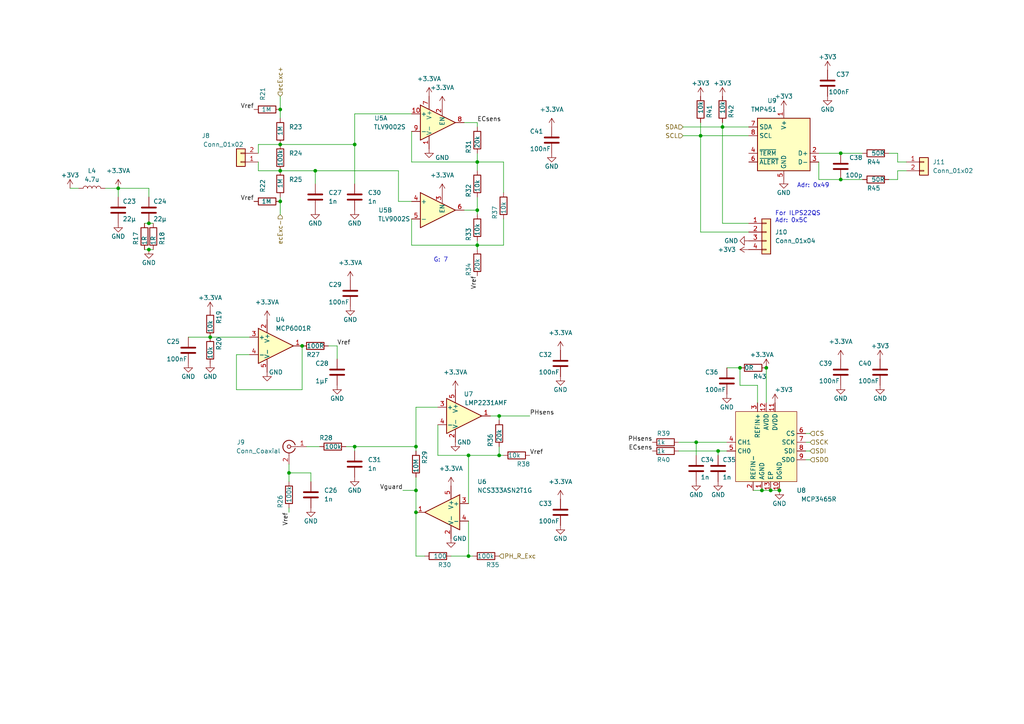
<source format=kicad_sch>
(kicad_sch (version 20211123) (generator eeschema)
  (paper "A4")
  (lib_symbols
    (symbol "Amplifier_Operational:MCP6001R" (pin_names (offset 0.127))
      (property "Reference" "U" (at 0 5.08 0))
      (property "Value" "MCP6001R" (at 0 -5.08 0))
      (symbol "MCP6001R_0_1"
        (polyline (pts (xy -5.08 5.08) (xy 5.08 0) (xy -5.08 -5.08) (xy -5.08 5.08)) (stroke (width 0.254)) (fill (type background)))
        (pin power_in line (at -2.54 7.62 270) (length 3.81) (name "V+") (number "2"))
        (pin power_in line (at -2.54 -7.62 90) (length 3.81) (name "V-") (number "5"))
      )
      (symbol "MCP6001R_1_1"
        (pin output line (at 7.62 0 180) (length 2.54) (name "~") (number "1"))
        (pin input line (at -7.62 2.54 0) (length 2.54) (name "+") (number "3"))
        (pin input line (at -7.62 -2.54 0) (length 2.54) (name "-") (number "4"))
      )
    )
    (symbol "Bergi:LMP2231AMF" (pin_names (offset 0.127))
      (property "Reference" "U" (at 7.62 2.54 0))
      (property "Value" "LMP2231AMF" (at 10.16 -5.08 0))
      (symbol "LMP2231AMF_0_1"
        (polyline (pts (xy -2.54 5.08) (xy -2.54 -5.08) (xy 7.62 0) (xy -2.54 5.08)) (stroke (width 0.254)) (fill (type background)))
      )
      (symbol "LMP2231AMF_1_1"
        (pin output line (at 10.16 0 180) (length 2.54) (name "~") (number "1"))
        (pin power_in line (at 0 -7.62 90) (length 3.81) (name "V-") (number "2"))
        (pin input line (at -5.08 2.54 0) (length 2.54) (name "+") (number "3"))
        (pin input line (at -5.08 -2.54 0) (length 2.54) (name "-") (number "4"))
        (pin power_in line (at 0 7.62 270) (length 3.81) (name "V+") (number "5"))
      )
    )
    (symbol "Bergi:MCP3465R"
      (property "Reference" "U" (at -10.16 11.43 0))
      (property "Value" "MCP3465R" (at 8.89 11.43 0))
      (symbol "MCP3465R_0_1"
        (rectangle (start -10.16 10.16) (end 7.62 -10.16) (fill (type background)))
      )
      (symbol "MCP3465R_1_1"
        (pin unspecified line (at -2.54 -12.7 90) (length 2.54) (name "AGND") (number "1"))
        (pin unspecified line (at 2.54 -12.7 90) (length 2.54) (name "DGND") (number "10"))
        (pin unspecified line (at 1.27 12.7 270) (length 2.54) (name "DVDD") (number "11"))
        (pin unspecified line (at -1.27 12.7 270) (length 2.54) (name "AVDD") (number "12"))
        (pin unspecified line (at 0 -12.7 90) (length 2.54) (name "EP") (number "13"))
        (pin unspecified line (at -5.08 -12.7 90) (length 2.54) (name "REFIN-") (number "2"))
        (pin unspecified line (at -3.81 12.7 270) (length 2.54) (name "REFIN+") (number "3"))
        (pin unspecified line (at -12.7 1.27 0) (length 2.54) (name "CH1") (number "4"))
        (pin unspecified line (at -12.7 -1.27 0) (length 2.54) (name "CH0") (number "5"))
        (pin unspecified line (at 10.16 3.81 180) (length 2.54) (name "CS") (number "6"))
        (pin unspecified line (at 10.16 1.27 180) (length 2.54) (name "SCK") (number "7"))
        (pin unspecified line (at 10.16 -1.27 180) (length 2.54) (name "SDI") (number "8"))
        (pin unspecified line (at 10.16 -3.81 180) (length 2.54) (name "SDO") (number "9"))
      )
    )
    (symbol "Bergi:NCS333ASN2T1G" (pin_names (offset 0.127))
      (property "Reference" "U" (at 7.62 2.54 0))
      (property "Value" "NCS333ASN2T1G" (at 10.16 -5.08 0))
      (symbol "NCS333ASN2T1G_0_1"
        (polyline (pts (xy -2.54 5.08) (xy -2.54 -5.08) (xy 7.62 0) (xy -2.54 5.08)) (stroke (width 0.254)) (fill (type background)))
      )
      (symbol "NCS333ASN2T1G_1_1"
        (pin output line (at 10.16 0 180) (length 2.54) (name "~") (number "1"))
        (pin power_in line (at 0 -7.62 90) (length 3.81) (name "V-") (number "2"))
        (pin input line (at -5.08 2.54 0) (length 2.54) (name "+") (number "3"))
        (pin input line (at -5.08 -2.54 0) (length 2.54) (name "-") (number "4"))
        (pin power_in line (at 0 7.62 270) (length 3.81) (name "V+") (number "5"))
      )
    )
    (symbol "Bergi:TLV9002S" (pin_names (offset 0.127))
      (property "Reference" "U" (at 0 5.08 0))
      (property "Value" "TLV9002S" (at 0 -5.08 0))
      (symbol "TLV9002S_1_1"
        (polyline (pts (xy -5.08 5.08) (xy 5.08 0) (xy -5.08 -5.08) (xy -5.08 5.08)) (stroke (width 0.254)) (fill (type background)))
        (pin input line (at -7.62 2.54 0) (length 2.54) (name "+") (number "10"))
        (pin output line (at 1.27 5.08 270) (length 3.175) (name "EN") (number "2"))
        (pin output line (at 7.62 0 180) (length 2.54) (name "~") (number "8"))
        (pin input line (at -7.62 -2.54 0) (length 2.54) (name "-") (number "9"))
      )
      (symbol "TLV9002S_2_1"
        (polyline (pts (xy -5.08 5.08) (xy 5.08 0) (xy -5.08 -5.08) (xy -5.08 5.08)) (stroke (width 0.254)) (fill (type background)))
        (pin output line (at 1.27 5.08 270) (length 3.175) (name "EN") (number "3"))
        (pin input line (at -7.62 2.54 0) (length 2.54) (name "+") (number "4"))
        (pin input line (at -7.62 -2.54 0) (length 2.54) (name "-") (number "5"))
        (pin output line (at 7.62 0 180) (length 2.54) (name "~") (number "6"))
      )
      (symbol "TLV9002S_3_1"
        (pin power_in line (at -2.54 -7.62 90) (length 3.81) (name "V-") (number "1"))
        (pin power_in line (at -2.54 7.62 270) (length 3.81) (name "V+") (number "7"))
      )
    )
    (symbol "Connector:Conn_Coaxial" (pin_names (offset 1.016) hide)
      (property "Reference" "J" (at 0.254 3.048 0))
      (property "Value" "Conn_Coaxial" (at 2.921 0 90))
      (symbol "Conn_Coaxial_0_1"
        (arc (start -1.778 -0.508) (mid 0.2311 -1.8066) (end 1.778 0) (stroke (width 0.254)))
        (polyline (pts (xy -2.54 0) (xy -0.508 0)))
        (polyline (pts (xy 0 -2.54) (xy 0 -1.778)))
        (circle (center 0 0) (radius 0.508) (stroke (width 0.2032)))
        (arc (start 1.778 0) (mid 0.2099 1.8101) (end -1.778 0.508) (stroke (width 0.254)))
      )
      (symbol "Conn_Coaxial_1_1"
        (pin passive line (at -5.08 0 0) (length 2.54) (name "In") (number "1"))
        (pin passive line (at 0 -5.08 90) (length 2.54) (name "Ext") (number "2"))
      )
    )
    (symbol "Connector_Generic:Conn_01x02" (pin_names (offset 1.016) hide)
      (property "Reference" "J" (at 0 2.54 0))
      (property "Value" "Conn_01x02" (at 0 -5.08 0))
      (symbol "Conn_01x02_1_1"
        (rectangle (start -1.27 -2.413) (end 0 -2.667) (stroke (width 0.1524)))
        (rectangle (start -1.27 0.127) (end 0 -0.127) (stroke (width 0.1524)))
        (rectangle (start -1.27 1.27) (end 1.27 -3.81) (stroke (width 0.254)) (fill (type background)))
        (pin passive line (at -5.08 0 0) (length 3.81) (name "Pin_1") (number "1"))
        (pin passive line (at -5.08 -2.54 0) (length 3.81) (name "Pin_2") (number "2"))
      )
    )
    (symbol "Connector_Generic:Conn_01x04" (pin_names (offset 1.016) hide)
      (property "Reference" "J" (at 0 5.08 0))
      (property "Value" "Conn_01x04" (at 0 -7.62 0))
      (symbol "Conn_01x04_1_1"
        (rectangle (start -1.27 -4.953) (end 0 -5.207) (stroke (width 0.1524)))
        (rectangle (start -1.27 -2.413) (end 0 -2.667) (stroke (width 0.1524)))
        (rectangle (start -1.27 0.127) (end 0 -0.127) (stroke (width 0.1524)))
        (rectangle (start -1.27 2.667) (end 0 2.413) (stroke (width 0.1524)))
        (rectangle (start -1.27 3.81) (end 1.27 -6.35) (stroke (width 0.254)) (fill (type background)))
        (pin passive line (at -5.08 2.54 0) (length 3.81) (name "Pin_1") (number "1"))
        (pin passive line (at -5.08 0 0) (length 3.81) (name "Pin_2") (number "2"))
        (pin passive line (at -5.08 -2.54 0) (length 3.81) (name "Pin_3") (number "3"))
        (pin passive line (at -5.08 -5.08 0) (length 3.81) (name "Pin_4") (number "4"))
      )
    )
    (symbol "Device:C" (pin_numbers hide) (pin_names (offset 0.254))
      (property "Reference" "C" (at 0.635 2.54 0))
      (property "Value" "C" (at 0.635 -2.54 0))
      (symbol "C_0_1"
        (polyline (pts (xy -2.032 -0.762) (xy 2.032 -0.762)) (stroke (width 0.508)))
        (polyline (pts (xy -2.032 0.762) (xy 2.032 0.762)) (stroke (width 0.508)))
      )
      (symbol "C_1_1"
        (pin passive line (at 0 3.81 270) (length 2.794) (name "~") (number "1"))
        (pin passive line (at 0 -3.81 90) (length 2.794) (name "~") (number "2"))
      )
    )
    (symbol "Device:L" (pin_numbers hide) (pin_names (offset 1.016) hide)
      (property "Reference" "L" (at -1.27 0 90))
      (property "Value" "L" (at 1.905 0 90))
      (symbol "L_0_1"
        (arc (start 0 -2.54) (mid 0.635 -1.905) (end 0 -1.27))
        (arc (start 0 -1.27) (mid 0.635 -0.635) (end 0 0))
        (arc (start 0 0) (mid 0.635 0.635) (end 0 1.27))
        (arc (start 0 1.27) (mid 0.635 1.905) (end 0 2.54))
      )
      (symbol "L_1_1"
        (pin passive line (at 0 3.81 270) (length 1.27) (name "1") (number "1"))
        (pin passive line (at 0 -3.81 90) (length 1.27) (name "2") (number "2"))
      )
    )
    (symbol "Device:R" (pin_numbers hide) (pin_names (offset 0))
      (property "Reference" "R" (at 2.032 0 90))
      (property "Value" "R" (at 0 0 90))
      (symbol "R_0_1"
        (rectangle (start -1.016 -2.54) (end 1.016 2.54) (stroke (width 0.254)))
      )
      (symbol "R_1_1"
        (pin passive line (at 0 3.81 270) (length 1.27) (name "~") (number "1"))
        (pin passive line (at 0 -3.81 90) (length 1.27) (name "~") (number "2"))
      )
    )
    (symbol "Sensor_Temperature:TMP411"
      (property "Reference" "U" (at -7.62 8.89 0))
      (property "Value" "TMP411" (at 1.27 8.89 0))
      (symbol "TMP411_0_1"
        (rectangle (start -7.62 7.62) (end 7.62 -7.62) (stroke (width 0.254)) (fill (type background)))
      )
      (symbol "TMP411_1_1"
        (pin power_in line (at 0 10.16 270) (length 2.54) (name "V+") (number "1"))
        (pin passive line (at -10.16 -2.54 0) (length 2.54) (name "D+") (number "2"))
        (pin passive line (at -10.16 -5.08 0) (length 2.54) (name "D-") (number "3"))
        (pin open_collector line (at 10.16 -2.54 180) (length 2.54) (name "~{TERM}") (number "4"))
        (pin power_in line (at 0 -10.16 90) (length 2.54) (name "GND") (number "5"))
        (pin open_collector line (at 10.16 -5.08 180) (length 2.54) (name "~{ALERT}") (number "6"))
        (pin bidirectional line (at 10.16 5.08 180) (length 2.54) (name "SDA") (number "7"))
        (pin input line (at 10.16 2.54 180) (length 2.54) (name "SCL") (number "8"))
      )
    )
    (symbol "power:+3.3VA" (power) (pin_names (offset 0))
      (property "Value" "+3.3VA" (at 0 3.556 0))
      (symbol "+3.3VA_0_1"
        (polyline (pts (xy -0.762 1.27) (xy 0 2.54)))
        (polyline (pts (xy 0 0) (xy 0 2.54)))
        (polyline (pts (xy 0 2.54) (xy 0.762 1.27)))
      )
      (symbol "+3.3VA_1_1"
        (pin power_in line (at 0 0 90) (length 0) hide (name "+3.3VA") (number "1"))
      )
    )
    (symbol "power:+3V3" (power) (pin_names (offset 0))
      (property "Value" "+3V3" (at 0 3.556 0))
      (symbol "+3V3_0_1"
        (polyline (pts (xy -0.762 1.27) (xy 0 2.54)))
        (polyline (pts (xy 0 0) (xy 0 2.54)))
        (polyline (pts (xy 0 2.54) (xy 0.762 1.27)))
      )
      (symbol "+3V3_1_1"
        (pin power_in line (at 0 0 90) (length 0) hide (name "+3V3") (number "1"))
      )
    )
    (symbol "power:GND" (power) (pin_names (offset 0))
      (property "Value" "GND" (at 0 -3.81 0))
      (symbol "GND_0_1"
        (polyline (pts (xy 0 0) (xy 0 -1.27) (xy 1.27 -1.27) (xy 0 -2.54) (xy -1.27 -1.27) (xy 0 -1.27)))
      )
      (symbol "GND_1_1"
        (pin power_in line (at 0 0 270) (length 0) hide (name "GND") (number "1"))
      )
    )
  )
  (junction (at 120.65 129.54))
  (junction (at 60.96 97.79))
  (junction (at 214.63 106.68))
  (junction (at 243.84 44.45))
  (junction (at 138.43 60.96))
  (junction (at 138.43 71.12))
  (junction (at 81.28 31.75))
  (junction (at 81.28 41.91))
  (junction (at 203.2 39.37))
  (junction (at 34.29 54.61))
  (junction (at 83.82 137.16))
  (junction (at 222.25 106.68))
  (junction (at 102.87 129.54))
  (junction (at 209.55 36.83))
  (junction (at 120.65 148.59))
  (junction (at 91.44 49.53))
  (junction (at 220.98 142.24))
  (junction (at 81.28 49.53))
  (junction (at 208.28 130.81))
  (junction (at 138.43 46.99))
  (junction (at 135.89 132.08))
  (junction (at 243.84 52.07))
  (junction (at 87.63 100.33))
  (junction (at 223.52 142.24))
  (junction (at 144.78 120.65))
  (junction (at 43.18 64.77))
  (junction (at 201.93 128.27))
  (junction (at 43.18 72.39))
  (junction (at 81.28 58.42))
  (junction (at 120.65 142.24))
  (junction (at 135.89 161.29))
  (junction (at 226.06 142.24))
  (junction (at 102.87 41.91))
  (junction (at 144.78 132.08))
  (wire (pts (xy 91.44 49.53) (xy 115.57 49.53)))
  (wire (pts (xy 81.28 58.42) (xy 81.28 57.15)))
  (wire (pts (xy 102.87 53.34) (xy 102.87 41.91)))
  (wire (pts (xy 144.78 129.54) (xy 144.78 132.08)))
  (wire (pts (xy 41.91 64.77) (xy 43.18 64.77)))
  (wire (pts (xy 233.68 130.81) (xy 234.95 130.81)))
  (wire (pts (xy 214.63 111.76) (xy 214.63 106.68)))
  (wire (pts (xy 217.17 67.31) (xy 203.2 67.31)))
  (wire (pts (xy 233.68 125.73) (xy 234.95 125.73)))
  (wire (pts (xy 81.28 62.23) (xy 81.28 58.42)))
  (wire (pts (xy 102.87 130.81) (xy 102.87 129.54)))
  (wire (pts (xy 262.89 46.99) (xy 260.35 46.99)))
  (wire (pts (xy 260.35 44.45) (xy 257.81 44.45)))
  (wire (pts (xy 135.89 132.08) (xy 135.89 146.05)))
  (wire (pts (xy 138.43 71.12) (xy 138.43 72.39)))
  (wire (pts (xy 90.17 139.7) (xy 90.17 137.16)))
  (wire (pts (xy 43.18 64.77) (xy 44.45 64.77)))
  (wire (pts (xy 138.43 44.45) (xy 138.43 46.99)))
  (wire (pts (xy 135.89 132.08) (xy 144.78 132.08)))
  (wire (pts (xy 198.12 39.37) (xy 203.2 39.37)))
  (wire (pts (xy 209.55 36.83) (xy 217.17 36.83)))
  (wire (pts (xy 120.65 129.54) (xy 102.87 129.54)))
  (wire (pts (xy 88.9 129.54) (xy 92.71 129.54)))
  (wire (pts (xy 120.65 138.43) (xy 120.65 142.24)))
  (wire (pts (xy 74.93 46.99) (xy 74.93 49.53)))
  (wire (pts (xy 237.49 52.07) (xy 243.84 52.07)))
  (wire (pts (xy 102.87 33.02) (xy 102.87 41.91)))
  (wire (pts (xy 119.38 71.12) (xy 138.43 71.12)))
  (wire (pts (xy 74.93 41.91) (xy 81.28 41.91)))
  (wire (pts (xy 120.65 148.59) (xy 120.65 142.24)))
  (wire (pts (xy 34.29 54.61) (xy 34.29 57.15)))
  (wire (pts (xy 250.19 44.45) (xy 243.84 44.45)))
  (wire (pts (xy 127 132.08) (xy 135.89 132.08)))
  (wire (pts (xy 120.65 161.29) (xy 123.19 161.29)))
  (wire (pts (xy 115.57 49.53) (xy 115.57 58.42)))
  (wire (pts (xy 217.17 64.77) (xy 209.55 64.77)))
  (wire (pts (xy 138.43 69.85) (xy 138.43 71.12)))
  (wire (pts (xy 201.93 132.08) (xy 201.93 128.27)))
  (wire (pts (xy 220.98 142.24) (xy 223.52 142.24)))
  (wire (pts (xy 219.71 116.84) (xy 219.71 111.76)))
  (wire (pts (xy 237.49 46.99) (xy 237.49 52.07)))
  (wire (pts (xy 120.65 129.54) (xy 120.65 130.81)))
  (wire (pts (xy 81.28 49.53) (xy 91.44 49.53)))
  (wire (pts (xy 83.82 137.16) (xy 83.82 134.62)))
  (wire (pts (xy 68.58 102.87) (xy 68.58 113.03)))
  (wire (pts (xy 134.62 60.96) (xy 138.43 60.96)))
  (wire (pts (xy 203.2 35.56) (xy 203.2 39.37)))
  (wire (pts (xy 260.35 52.07) (xy 257.81 52.07)))
  (wire (pts (xy 81.28 31.75) (xy 81.28 34.29)))
  (wire (pts (xy 209.55 64.77) (xy 209.55 36.83)))
  (wire (pts (xy 260.35 49.53) (xy 260.35 52.07)))
  (wire (pts (xy 83.82 139.7) (xy 83.82 137.16)))
  (wire (pts (xy 198.12 36.83) (xy 209.55 36.83)))
  (wire (pts (xy 74.93 49.53) (xy 81.28 49.53)))
  (wire (pts (xy 72.39 102.87) (xy 68.58 102.87)))
  (wire (pts (xy 223.52 142.24) (xy 226.06 142.24)))
  (wire (pts (xy 97.79 100.33) (xy 97.79 104.14)))
  (wire (pts (xy 120.65 148.59) (xy 120.65 161.29)))
  (wire (pts (xy 214.63 106.68) (xy 210.82 106.68)))
  (wire (pts (xy 119.38 63.5) (xy 119.38 71.12)))
  (wire (pts (xy 138.43 46.99) (xy 138.43 49.53)))
  (wire (pts (xy 87.63 113.03) (xy 87.63 100.33)))
  (wire (pts (xy 91.44 53.34) (xy 91.44 49.53)))
  (wire (pts (xy 142.24 120.65) (xy 144.78 120.65)))
  (wire (pts (xy 97.79 100.33) (xy 95.25 100.33)))
  (wire (pts (xy 135.89 161.29) (xy 135.89 151.13)))
  (wire (pts (xy 196.85 130.81) (xy 208.28 130.81)))
  (wire (pts (xy 120.65 118.11) (xy 120.65 129.54)))
  (wire (pts (xy 203.2 39.37) (xy 217.17 39.37)))
  (wire (pts (xy 83.82 148.59) (xy 83.82 147.32)))
  (wire (pts (xy 146.05 55.88) (xy 146.05 46.99)))
  (wire (pts (xy 201.93 128.27) (xy 196.85 128.27)))
  (wire (pts (xy 203.2 67.31) (xy 203.2 39.37)))
  (wire (pts (xy 134.62 35.56) (xy 138.43 35.56)))
  (wire (pts (xy 60.96 97.79) (xy 72.39 97.79)))
  (wire (pts (xy 54.61 97.79) (xy 60.96 97.79)))
  (wire (pts (xy 102.87 129.54) (xy 100.33 129.54)))
  (wire (pts (xy 260.35 46.99) (xy 260.35 44.45)))
  (wire (pts (xy 138.43 57.15) (xy 138.43 60.96)))
  (wire (pts (xy 135.89 161.29) (xy 137.16 161.29)))
  (wire (pts (xy 43.18 57.15) (xy 43.18 54.61)))
  (wire (pts (xy 116.84 142.24) (xy 120.65 142.24)))
  (wire (pts (xy 144.78 120.65) (xy 144.78 121.92)))
  (wire (pts (xy 250.19 52.07) (xy 243.84 52.07)))
  (wire (pts (xy 146.05 71.12) (xy 138.43 71.12)))
  (wire (pts (xy 81.28 41.91) (xy 102.87 41.91)))
  (wire (pts (xy 130.81 161.29) (xy 135.89 161.29)))
  (wire (pts (xy 146.05 63.5) (xy 146.05 71.12)))
  (wire (pts (xy 43.18 72.39) (xy 44.45 72.39)))
  (wire (pts (xy 209.55 35.56) (xy 209.55 36.83)))
  (wire (pts (xy 233.68 128.27) (xy 234.95 128.27)))
  (wire (pts (xy 115.57 58.42) (xy 119.38 58.42)))
  (wire (pts (xy 43.18 54.61) (xy 34.29 54.61)))
  (wire (pts (xy 219.71 111.76) (xy 214.63 111.76)))
  (wire (pts (xy 119.38 33.02) (xy 102.87 33.02)))
  (wire (pts (xy 222.25 106.68) (xy 222.25 116.84)))
  (wire (pts (xy 74.93 44.45) (xy 74.93 41.91)))
  (wire (pts (xy 30.48 54.61) (xy 34.29 54.61)))
  (wire (pts (xy 146.05 46.99) (xy 138.43 46.99)))
  (wire (pts (xy 20.32 54.61) (xy 22.86 54.61)))
  (wire (pts (xy 119.38 46.99) (xy 138.43 46.99)))
  (wire (pts (xy 144.78 120.65) (xy 153.67 120.65)))
  (wire (pts (xy 208.28 132.08) (xy 208.28 130.81)))
  (wire (pts (xy 127 118.11) (xy 120.65 118.11)))
  (wire (pts (xy 208.28 130.81) (xy 210.82 130.81)))
  (wire (pts (xy 218.44 142.24) (xy 220.98 142.24)))
  (wire (pts (xy 262.89 49.53) (xy 260.35 49.53)))
  (wire (pts (xy 144.78 132.08) (xy 146.05 132.08)))
  (wire (pts (xy 68.58 113.03) (xy 87.63 113.03)))
  (wire (pts (xy 81.28 27.94) (xy 81.28 31.75)))
  (wire (pts (xy 41.91 72.39) (xy 43.18 72.39)))
  (wire (pts (xy 233.68 133.35) (xy 234.95 133.35)))
  (wire (pts (xy 119.38 38.1) (xy 119.38 46.99)))
  (wire (pts (xy 127 123.19) (xy 127 132.08)))
  (wire (pts (xy 138.43 35.56) (xy 138.43 36.83)))
  (wire (pts (xy 90.17 137.16) (xy 83.82 137.16)))
  (wire (pts (xy 201.93 128.27) (xy 210.82 128.27)))
  (wire (pts (xy 138.43 62.23) (xy 138.43 60.96)))
  (wire (pts (xy 243.84 44.45) (xy 237.49 44.45)))
  (text "Adr: 0x49" (at 231.14 54.61 0) (effects (font (size 1.27 1.27)) (justify left bottom)))
  (text "For ILPS22QS\nAdr: 0x5C" (at 224.79 64.77 0) (effects (font (size 1.27 1.27)) (justify left bottom)))
  (text "G: 7" (at 125.73 76.2 0) (effects (font (size 1.27 1.27)) (justify left bottom)))
  (label "Vguard" (at 116.84 142.24 180))
  (label "PHsens" (at 153.67 120.65 0))
  (label "Vref" (at 83.82 148.59 270))
  (label "Vref" (at 73.66 58.42 180))
  (label "ECsens" (at 189.23 130.81 180))
  (label "Vref" (at 97.79 100.33 0))
  (label "Vref" (at 73.66 31.75 180))
  (label "Vref" (at 138.43 80.01 270))
  (label "ECsens" (at 138.43 35.56 0))
  (label "Vref" (at 153.67 132.08 0))
  (label "PHsens" (at 189.23 128.27 180))
  (hierarchical_label "PH_R_Exc" (shape input) (at 144.78 161.29 0))
  (hierarchical_label "SDI" (shape input) (at 234.95 130.81 0))
  (hierarchical_label "SCL" (shape input) (at 198.12 39.37 180))
  (hierarchical_label "SCK" (shape input) (at 234.95 128.27 0))
  (hierarchical_label "ecExc+" (shape input) (at 81.28 27.94 90))
  (hierarchical_label "SDA" (shape input) (at 198.12 36.83 180))
  (hierarchical_label "CS" (shape input) (at 234.95 125.73 0))
  (hierarchical_label "ecExc-" (shape input) (at 81.28 62.23 270))
  (hierarchical_label "SDO" (shape input) (at 234.95 133.35 0))
  (symbol (lib_id "power:GND") (at 101.6 88.9 0) (unit 1)
    (property "Reference" "#PWR074" (effects hide))
    (property "Value" "GND" (at 101.6 92.71 0))
  )
  (symbol (lib_id "power:GND") (at 124.46 43.18 0) (unit 1)
    (property "Reference" "#PWR078" (effects hide))
    (property "Value" "GND" (at 128.27 45.72 0))
  )
  (symbol (lib_id "power:+3V3") (at 240.03 20.32 0) (mirror y) (unit 1)
    (property "Reference" "#PWR0101" (effects hide))
    (property "Value" "+3V3" (at 240.03 16.51 0))
  )
  (symbol (lib_id "power:GND") (at 210.82 114.3 0) (unit 1)
    (property "Reference" "#PWR093" (effects hide))
    (property "Value" "GND" (at 210.82 118.11 0))
  )
  (symbol (lib_id "power:GND") (at 162.56 152.4 0) (unit 1)
    (property "Reference" "#PWR088" (effects hide))
    (property "Value" "GND" (at 162.56 156.21 0))
  )
  (symbol (lib_id "power:+3.3VA") (at 160.02 36.83 0) (unit 1)
    (property "Reference" "#PWR0107" (effects hide))
    (property "Value" "+3.3VA" (at 160.02 31.75 0))
  )
  (symbol (lib_id "power:+3.3VA") (at 34.29 54.61 0) (unit 1)
    (property "Reference" "#PWR062" (effects hide))
    (property "Value" "+3.3VA" (at 34.29 49.53 0))
  )
  (symbol (lib_id "Device:C") (at 160.02 40.64 0) (unit 1)
    (property "Reference" "C41" (at 153.67 38.1 0) (effects (justify left)))
    (property "Value" "100nF" (at 153.67 43.18 0) (effects (justify left)))
    (property "Footprint" "Capacitor_SMD:C_0603_1608Metric" (effects hide))
  )
  (symbol (lib_id "Device:C") (at 91.44 57.15 0) (unit 1)
    (property "Reference" "C27" (at 95.25 55.8799 0) (effects (justify left)))
    (property "Value" "1n" (at 95.25 58.4199 0) (effects (justify left)))
    (property "Footprint" "Capacitor_SMD:C_0603_1608Metric" (effects hide))
  )
  (symbol (lib_id "power:+3.3VA") (at 162.56 101.6 0) (unit 1)
    (property "Reference" "#PWR085" (effects hide))
    (property "Value" "+3.3VA" (at 162.56 96.52 0))
  )
  (symbol (lib_id "Device:R") (at 91.44 100.33 270) (unit 1)
    (property "Reference" "R27" (at 88.9 102.87 90) (effects (justify left)))
    (property "Value" "100R" (at 88.9 100.33 90) (effects (justify left)))
    (property "Footprint" "Inductor_SMD:L_0603_1608Metric" (effects hide))
  )
  (symbol (lib_id "power:GND") (at 226.06 142.24 0) (unit 1)
    (property "Reference" "#PWR098" (effects hide))
    (property "Value" "GND" (at 226.06 146.05 0))
  )
  (symbol (lib_id "Device:C") (at 208.28 135.89 0) (unit 1)
    (property "Reference" "C35" (at 209.55 133.35 0) (effects (justify left)))
    (property "Value" "1n" (at 209.55 138.43 0) (effects (justify left)))
    (property "Footprint" "Capacitor_SMD:C_0603_1608Metric" (effects hide))
  )
  (symbol (lib_id "Connector_Generic:Conn_01x02") (at 69.85 46.99 180) (unit 1)
    (property "Reference" "J8" (at 59.69 39.37 0))
    (property "Value" "Conn_01x02" (at 64.77 41.91 0))
    (property "Footprint" "Connector_JST:JST_EH_B2B-EH-A_1x02_P2.50mm_Vertical" (effects hide))
  )
  (symbol (lib_id "power:GND") (at 43.18 72.39 0) (unit 1)
    (property "Reference" "#PWR064" (effects hide))
    (property "Value" "GND" (at 43.18 76.2 0))
  )
  (symbol (lib_id "Connector_Generic:Conn_01x04") (at 222.25 67.31 0) (unit 1)
    (property "Reference" "J10" (at 224.79 67.3099 0) (effects (justify left)))
    (property "Value" "Conn_01x04" (at 224.79 69.8499 0) (effects (justify left)))
    (property "Footprint" "Connector_JST:JST_EH_B4B-EH-A_1x04_P2.50mm_Vertical" (effects hide))
  )
  (symbol (lib_id "power:+3.3VA") (at 243.84 104.14 0) (unit 1)
    (property "Reference" "#PWR0103" (effects hide))
    (property "Value" "+3.3VA" (at 243.84 99.06 0))
  )
  (symbol (lib_id "Device:R") (at 254 52.07 270) (mirror x) (unit 1)
    (property "Reference" "R45" (at 251.46 54.61 90) (effects (justify left)))
    (property "Value" "50R" (at 252.73 52.07 90) (effects (justify left)))
    (property "Footprint" "Resistor_SMD:R_0603_1608Metric" (effects hide))
  )
  (symbol (lib_id "power:GND") (at 240.03 27.94 0) (mirror y) (unit 1)
    (property "Reference" "#PWR0102" (effects hide))
    (property "Value" "GND" (at 240.03 31.75 0))
  )
  (symbol (lib_id "power:+3V3") (at 224.79 116.84 0) (mirror y) (unit 1)
    (property "Reference" "#PWR097" (effects hide))
    (property "Value" "+3V3" (at 227.33 113.03 0))
  )
  (symbol (lib_id "Device:R") (at 77.47 58.42 90) (unit 1)
    (property "Reference" "R22" (at 76.1999 55.88 0) (effects (justify left)))
    (property "Value" "1M" (at 78.74 58.42 90) (effects (justify left)))
    (property "Footprint" "Inductor_SMD:L_0603_1608Metric" (effects hide))
  )
  (symbol (lib_id "Bergi:MCP3465R") (at 223.52 129.54 0) (unit 1)
    (property "Reference" "U8" (at 232.41 142.24 0))
    (property "Value" "MCP3465R" (at 237.49 144.78 0))
    (property "Footprint" "Bergi:QFN-12_EP_2x2_Pitch0.4mm" (effects hide))
  )
  (symbol (lib_id "power:GND") (at 90.17 147.32 0) (unit 1)
    (property "Reference" "#PWR070" (effects hide))
    (property "Value" "GND" (at 90.17 151.13 0))
  )
  (symbol (lib_id "Device:C") (at 101.6 85.09 0) (unit 1)
    (property "Reference" "C29" (at 95.25 82.55 0) (effects (justify left)))
    (property "Value" "100nF" (at 95.25 87.63 0) (effects (justify left)))
    (property "Footprint" "Capacitor_SMD:C_0603_1608Metric" (effects hide))
  )
  (symbol (lib_id "power:GND") (at 102.87 138.43 0) (unit 1)
    (property "Reference" "#PWR076" (effects hide))
    (property "Value" "GND" (at 102.87 142.24 0))
  )
  (symbol (lib_id "Device:R") (at 81.28 53.34 0) (unit 1)
    (property "Reference" "R25" (at 83.82 52.0699 0) (effects (justify left)))
    (property "Value" "1M" (at 81.28 54.61 90) (effects (justify left)))
    (property "Footprint" "Inductor_SMD:L_0603_1608Metric" (effects hide))
  )
  (symbol (lib_id "Device:R") (at 144.78 125.73 180) (unit 1)
    (property "Reference" "R36" (at 142.24 125.73 90) (effects (justify left)))
    (property "Value" "20k" (at 144.78 124.46 90) (effects (justify left)))
    (property "Footprint" "Inductor_SMD:L_0603_1608Metric" (effects hide))
  )
  (symbol (lib_id "Device:R") (at 193.04 128.27 270) (unit 1)
    (property "Reference" "R39" (at 190.5 125.73 90) (effects (justify left)))
    (property "Value" "1k" (at 190.5 128.27 90) (effects (justify left)))
    (property "Footprint" "Inductor_SMD:L_0603_1608Metric" (effects hide))
  )
  (symbol (lib_id "Device:R") (at 209.55 31.75 0) (mirror y) (unit 1)
    (property "Reference" "R42" (at 212.09 34.29 90) (effects (justify left)))
    (property "Value" "10k" (at 209.55 33.02 90) (effects (justify left)))
    (property "Footprint" "Resistor_SMD:R_0603_1608Metric" (effects hide))
  )
  (symbol (lib_id "Device:R") (at 96.52 129.54 90) (unit 1)
    (property "Reference" "R28" (at 96.52 127 90) (effects (justify left)))
    (property "Value" "100k" (at 99.06 129.54 90) (effects (justify left)))
    (property "Footprint" "Inductor_SMD:L_0603_1608Metric" (effects hide))
  )
  (symbol (lib_id "Device:C") (at 240.03 24.13 0) (mirror y) (unit 1)
    (property "Reference" "C37" (at 246.38 21.59 0) (effects (justify left)))
    (property "Value" "100nF" (at 246.38 26.67 0) (effects (justify left)))
    (property "Footprint" "Capacitor_SMD:C_0603_1608Metric" (effects hide))
  )
  (symbol (lib_id "power:GND") (at 97.79 111.76 0) (unit 1)
    (property "Reference" "#PWR072" (effects hide))
    (property "Value" "GND" (at 97.79 115.57 0))
  )
  (symbol (lib_id "Device:R") (at 203.2 31.75 0) (mirror y) (unit 1)
    (property "Reference" "R41" (at 205.74 34.29 90) (effects (justify left)))
    (property "Value" "10k" (at 203.2 33.02 90) (effects (justify left)))
    (property "Footprint" "Resistor_SMD:R_0603_1608Metric" (effects hide))
  )
  (symbol (lib_id "power:+3V3") (at 20.32 54.61 0) (mirror y) (unit 1)
    (property "Reference" "#PWR061" (effects hide))
    (property "Value" "+3V3" (at 20.32 50.8 0))
  )
  (symbol (lib_id "power:+3.3VA") (at 128.27 30.48 0) (unit 1)
    (property "Reference" "#PWR079" (effects hide))
    (property "Value" "+3.3VA" (at 128.27 25.4 0))
  )
  (symbol (lib_id "Device:R") (at 120.65 134.62 0) (unit 1)
    (property "Reference" "R29" (at 123.19 134.62 90) (effects (justify left)))
    (property "Value" "10M" (at 120.65 137.16 90) (effects (justify left)))
    (property "Footprint" "Inductor_SMD:L_0603_1608Metric" (effects hide))
  )
  (symbol (lib_id "Device:R") (at 41.91 68.58 0) (unit 1)
    (property "Reference" "R17" (at 39.37 71.12 90) (effects (justify left)))
    (property "Value" "1R" (at 41.91 71.12 90) (effects (justify left)))
    (property "Footprint" "Inductor_SMD:L_0603_1608Metric" (effects hide))
  )
  (symbol (lib_id "power:GND") (at 201.93 139.7 0) (unit 1)
    (property "Reference" "#PWR089" (effects hide))
    (property "Value" "GND" (at 201.93 143.51 0))
  )
  (symbol (lib_id "Bergi:NCS333ASN2T1G") (at 130.81 148.59 0) (mirror y) (unit 1)
    (property "Reference" "U6" (at 138.43 139.7 0) (effects (justify right)))
    (property "Value" "NCS333ASN2T1G" (at 138.43 142.24 0) (effects (justify right)))
    (property "Footprint" "Package_TO_SOT_SMD:SOT-23-5" (effects hide))
  )
  (symbol (lib_id "Sensor_Temperature:TMP411") (at 227.33 41.91 0) (mirror y) (unit 1)
    (property "Reference" "U9" (at 225.3106 29.21 0) (effects (justify left)))
    (property "Value" "TMP451" (at 225.3106 31.75 0) (effects (justify left)))
    (property "Footprint" "Bergi:TI_WSON8_2x2mm_noEP" (effects hide))
    (property "Datasheet" "http://www.ti.com.cn/cn/lit/ds/symlink/tmp411.pdf" (effects hide))
    (property "HTN" "TMP451HQDQFRQ1" (effects hide))
  )
  (symbol (lib_id "Device:C") (at 162.56 148.59 0) (unit 1)
    (property "Reference" "C33" (at 156.21 146.05 0) (effects (justify left)))
    (property "Value" "100nF" (at 156.21 151.13 0) (effects (justify left)))
    (property "Footprint" "Capacitor_SMD:C_0603_1608Metric" (effects hide))
  )
  (symbol (lib_id "power:GND") (at 54.61 105.41 0) (unit 1)
    (property "Reference" "#PWR065" (effects hide))
    (property "Value" "GND" (at 54.61 109.22 0))
  )
  (symbol (lib_id "power:GND") (at 130.81 156.21 0) (unit 1)
    (property "Reference" "#PWR082" (effects hide))
    (property "Value" "GND" (at 133.35 156.21 0))
  )
  (symbol (lib_id "power:GND") (at 217.17 69.85 270) (mirror x) (unit 1)
    (property "Reference" "#PWR094" (effects hide))
    (property "Value" "GND" (at 212.09 69.85 90))
  )
  (symbol (lib_id "Device:R") (at 127 161.29 270) (unit 1)
    (property "Reference" "R30" (at 127 163.83 90) (effects (justify left)))
    (property "Value" "100" (at 125.73 161.29 90) (effects (justify left)))
    (property "Footprint" "Inductor_SMD:L_0603_1608Metric" (effects hide))
  )
  (symbol (lib_id "power:GND") (at 77.47 107.95 0) (unit 1)
    (property "Reference" "#PWR069" (effects hide))
    (property "Value" "GND" (at 80.01 107.95 0))
  )
  (symbol (lib_id "Device:C") (at 102.87 57.15 0) (unit 1)
    (property "Reference" "C30" (at 106.68 55.8799 0) (effects (justify left)))
    (property "Value" "1n" (at 106.68 58.4199 0) (effects (justify left)))
    (property "Footprint" "Capacitor_SMD:C_0603_1608Metric" (effects hide))
  )
  (symbol (lib_id "Device:C") (at 97.79 107.95 0) (unit 1)
    (property "Reference" "C28" (at 91.44 105.41 0) (effects (justify left)))
    (property "Value" "1µF" (at 91.44 110.49 0) (effects (justify left)))
    (property "Footprint" "Capacitor_SMD:C_0603_1608Metric" (effects hide))
  )
  (symbol (lib_id "power:GND") (at 102.87 60.96 0) (unit 1)
    (property "Reference" "#PWR075" (effects hide))
    (property "Value" "GND" (at 102.87 64.77 0))
  )
  (symbol (lib_id "Bergi:TLV9002S") (at 127 35.56 0) (unit 3)
    (property "Reference" "U5" (effects hide))
    (property "Value" "TLV9002S" (effects hide))
    (property "Footprint" "Bergi:Texas_S-X2QFN-10" (effects hide))
    (property "HTN" "TI TLV9002SIRUGR" (effects hide))
  )
  (symbol (lib_id "power:GND") (at 160.02 44.45 0) (unit 1)
    (property "Reference" "#PWR0108" (effects hide))
    (property "Value" "GND" (at 160.02 48.26 0))
  )
  (symbol (lib_id "power:+3V3") (at 203.2 27.94 0) (mirror y) (unit 1)
    (property "Reference" "#PWR090" (effects hide))
    (property "Value" "+3V3" (at 203.2 24.13 0))
  )
  (symbol (lib_id "Bergi:TLV9002S") (at 127 60.96 0) (unit 2)
    (property "Reference" "U5" (at 111.76 60.96 0))
    (property "Value" "TLV9002S" (at 114.3 63.5 0))
    (property "Footprint" "Bergi:Texas_S-X2QFN-10" (effects hide))
    (property "HTN" "TI TLV9002SIRUGR" (effects hide))
  )
  (symbol (lib_id "Device:C") (at 243.84 107.95 0) (unit 1)
    (property "Reference" "C39" (at 237.49 105.41 0) (effects (justify left)))
    (property "Value" "100nF" (at 237.49 110.49 0) (effects (justify left)))
    (property "Footprint" "Capacitor_SMD:C_0603_1608Metric" (effects hide))
  )
  (symbol (lib_id "power:GND") (at 227.33 52.07 0) (mirror y) (unit 1)
    (property "Reference" "#PWR0100" (effects hide))
    (property "Value" "GND" (at 227.33 55.88 0))
  )
  (symbol (lib_id "Device:L") (at 26.67 54.61 90) (unit 1)
    (property "Reference" "L4" (at 26.67 49.53 90))
    (property "Value" "4.7u" (at 26.67 52.07 90))
    (property "Footprint" "Inductor_SMD:L_1008_2520Metric" (effects hide))
  )
  (symbol (lib_id "power:+3.3VA") (at 124.46 27.94 0) (unit 1)
    (property "Reference" "#PWR077" (effects hide))
    (property "Value" "+3.3VA" (at 124.46 22.86 0))
  )
  (symbol (lib_id "Device:R") (at 44.45 68.58 0) (unit 1)
    (property "Reference" "R18" (at 46.99 71.12 90) (effects (justify left)))
    (property "Value" "1R" (at 44.45 71.12 90) (effects (justify left)))
    (property "Footprint" "Inductor_SMD:L_0603_1608Metric" (effects hide))
  )
  (symbol (lib_id "Device:C") (at 162.56 105.41 0) (unit 1)
    (property "Reference" "C32" (at 156.21 102.87 0) (effects (justify left)))
    (property "Value" "100nF" (at 156.21 107.95 0) (effects (justify left)))
    (property "Footprint" "Capacitor_SMD:C_0603_1608Metric" (effects hide))
  )
  (symbol (lib_id "power:GND") (at 243.84 111.76 0) (unit 1)
    (property "Reference" "#PWR0104" (effects hide))
    (property "Value" "GND" (at 243.84 115.57 0))
  )
  (symbol (lib_id "Device:R") (at 60.96 93.98 0) (unit 1)
    (property "Reference" "R19" (at 63.5 93.98 90) (effects (justify left)))
    (property "Value" "10k" (at 60.96 96.52 90) (effects (justify left)))
    (property "Footprint" "Inductor_SMD:L_0603_1608Metric" (effects hide))
  )
  (symbol (lib_id "Device:R") (at 83.82 143.51 180) (unit 1)
    (property "Reference" "R26" (at 81.28 143.51 90) (effects (justify left)))
    (property "Value" "100k" (at 83.82 140.97 90) (effects (justify left)))
    (property "Footprint" "Inductor_SMD:L_0603_1608Metric" (effects hide))
  )
  (symbol (lib_id "power:+3.3VA") (at 128.27 55.88 0) (unit 1)
    (property "Reference" "#PWR080" (effects hide))
    (property "Value" "+3.3VA" (at 128.27 50.8 0))
  )
  (symbol (lib_id "Device:R") (at 81.28 45.72 0) (unit 1)
    (property "Reference" "R24" (at 83.82 44.4499 0) (effects (justify left)))
    (property "Value" "100k" (at 81.28 48.26 90) (effects (justify left)))
    (property "Footprint" "Inductor_SMD:L_0603_1608Metric" (effects hide))
  )
  (symbol (lib_id "power:GND") (at 208.28 139.7 0) (unit 1)
    (property "Reference" "#PWR091" (effects hide))
    (property "Value" "GND" (at 208.28 143.51 0))
  )
  (symbol (lib_id "power:GND") (at 34.29 64.77 0) (unit 1)
    (property "Reference" "#PWR063" (effects hide))
    (property "Value" "GND" (at 34.29 68.58 0))
  )
  (symbol (lib_id "Device:R") (at 60.96 101.6 0) (unit 1)
    (property "Reference" "R20" (at 63.5 101.6 90) (effects (justify left)))
    (property "Value" "10k" (at 60.96 104.14 90) (effects (justify left)))
    (property "Footprint" "Inductor_SMD:L_0603_1608Metric" (effects hide))
  )
  (symbol (lib_id "power:GND") (at 162.56 109.22 0) (unit 1)
    (property "Reference" "#PWR086" (effects hide))
    (property "Value" "GND" (at 162.56 113.03 0))
  )
  (symbol (lib_id "Device:C") (at 90.17 143.51 0) (unit 1)
    (property "Reference" "C26" (at 93.98 142.2399 0) (effects (justify left)))
    (property "Value" "1n" (at 93.98 144.7799 0) (effects (justify left)))
    (property "Footprint" "Capacitor_SMD:C_0603_1608Metric" (effects hide))
  )
  (symbol (lib_id "Device:C") (at 255.27 107.95 0) (unit 1)
    (property "Reference" "C40" (at 248.92 105.41 0) (effects (justify left)))
    (property "Value" "100nF" (at 248.92 110.49 0) (effects (justify left)))
    (property "Footprint" "Capacitor_SMD:C_0603_1608Metric" (effects hide))
  )
  (symbol (lib_id "Device:R") (at 146.05 59.69 180) (unit 1)
    (property "Reference" "R37" (at 143.51 59.69 90) (effects (justify left)))
    (property "Value" "10k" (at 146.05 58.42 90) (effects (justify left)))
    (property "Footprint" "Inductor_SMD:L_0603_1608Metric" (effects hide))
  )
  (symbol (lib_id "Device:R") (at 138.43 53.34 180) (unit 1)
    (property "Reference" "R32" (at 135.89 53.34 90) (effects (justify left)))
    (property "Value" "10k" (at 138.43 52.07 90) (effects (justify left)))
    (property "Footprint" "Inductor_SMD:L_0603_1608Metric" (effects hide))
  )
  (symbol (lib_id "Device:C") (at 201.93 135.89 0) (unit 1)
    (property "Reference" "C34" (at 203.2 133.35 0) (effects (justify left)))
    (property "Value" "1n" (at 203.2 138.43 0) (effects (justify left)))
    (property "Footprint" "Capacitor_SMD:C_0603_1608Metric" (effects hide))
  )
  (symbol (lib_id "Device:C") (at 34.29 60.96 180) (unit 1)
    (property "Reference" "C23" (at 35.56 58.42 0) (effects (justify right)))
    (property "Value" "22µ" (at 35.56 63.5 0) (effects (justify right)))
    (property "Footprint" "Capacitor_SMD:C_1206_3216Metric" (effects hide))
  )
  (symbol (lib_id "power:GND") (at 132.08 128.27 0) (unit 1)
    (property "Reference" "#PWR084" (effects hide))
    (property "Value" "GND" (at 134.62 128.27 0))
  )
  (symbol (lib_id "power:+3.3VA") (at 60.96 90.17 0) (unit 1)
    (property "Reference" "#PWR066" (effects hide))
    (property "Value" "+3.3VA" (at 60.96 86.36 0))
  )
  (symbol (lib_id "Device:R") (at 138.43 66.04 180) (unit 1)
    (property "Reference" "R33" (at 135.89 66.04 90) (effects (justify left)))
    (property "Value" "10k" (at 138.43 64.77 90) (effects (justify left)))
    (property "Footprint" "Inductor_SMD:L_0603_1608Metric" (effects hide))
  )
  (symbol (lib_id "Device:C") (at 243.84 48.26 0) (mirror y) (unit 1)
    (property "Reference" "C38" (at 250.19 45.72 0) (effects (justify left)))
    (property "Value" "100p" (at 250.19 50.8 0) (effects (justify left)))
    (property "Footprint" "Capacitor_SMD:C_0603_1608Metric" (effects hide))
  )
  (symbol (lib_id "power:+3.3VA") (at 101.6 81.28 0) (unit 1)
    (property "Reference" "#PWR073" (effects hide))
    (property "Value" "+3.3VA" (at 101.6 76.2 0))
  )
  (symbol (lib_id "power:GND") (at 255.27 111.76 0) (unit 1)
    (property "Reference" "#PWR0106" (effects hide))
    (property "Value" "GND" (at 255.27 115.57 0))
  )
  (symbol (lib_id "Device:R") (at 149.86 132.08 270) (unit 1)
    (property "Reference" "R38" (at 149.86 134.62 90) (effects (justify left)))
    (property "Value" "10k" (at 147.32 132.08 90) (effects (justify left)))
    (property "Footprint" "Inductor_SMD:L_0603_1608Metric" (effects hide))
  )
  (symbol (lib_id "power:+3V3") (at 255.27 104.14 0) (mirror y) (unit 1)
    (property "Reference" "#PWR0105" (effects hide))
    (property "Value" "+3V3" (at 255.27 100.33 0))
  )
  (symbol (lib_id "power:+3V3") (at 217.17 72.39 90) (mirror x) (unit 1)
    (property "Reference" "#PWR095" (effects hide))
    (property "Value" "+3V3" (at 210.82 72.39 90))
  )
  (symbol (lib_id "Bergi:TLV9002S") (at 127 35.56 0) (unit 1)
    (property "Reference" "U5" (at 110.49 34.29 0))
    (property "Value" "TLV9002S" (at 113.03 36.83 0))
    (property "Footprint" "Bergi:Texas_S-X2QFN-10" (effects hide))
    (property "HTN" "TI TLV9002SIRUGR" (effects hide))
  )
  (symbol (lib_id "power:+3V3") (at 209.55 27.94 0) (mirror y) (unit 1)
    (property "Reference" "#PWR092" (effects hide))
    (property "Value" "+3V3" (at 209.55 24.13 0))
  )
  (symbol (lib_id "power:GND") (at 60.96 105.41 0) (unit 1)
    (property "Reference" "#PWR067" (effects hide))
    (property "Value" "GND" (at 60.96 109.22 0))
  )
  (symbol (lib_id "Device:C") (at 102.87 134.62 0) (unit 1)
    (property "Reference" "C31" (at 106.68 133.3499 0) (effects (justify left)))
    (property "Value" "1n" (at 106.68 135.8899 0) (effects (justify left)))
    (property "Footprint" "Capacitor_SMD:C_0603_1608Metric" (effects hide))
  )
  (symbol (lib_id "Device:C") (at 54.61 101.6 0) (unit 1)
    (property "Reference" "C25" (at 48.26 99.06 0) (effects (justify left)))
    (property "Value" "100nF" (at 48.26 104.14 0) (effects (justify left)))
    (property "Footprint" "Capacitor_SMD:C_0603_1608Metric" (effects hide))
  )
  (symbol (lib_id "Connector_Generic:Conn_01x02") (at 267.97 46.99 0) (unit 1)
    (property "Reference" "J11" (at 270.51 46.9899 0) (effects (justify left)))
    (property "Value" "Conn_01x02" (at 270.51 49.5299 0) (effects (justify left)))
    (property "Footprint" "Connector_JST:JST_EH_B2B-EH-A_1x02_P2.50mm_Vertical" (effects hide))
  )
  (symbol (lib_id "power:+3.3VA") (at 162.56 144.78 0) (unit 1)
    (property "Reference" "#PWR087" (effects hide))
    (property "Value" "+3.3VA" (at 162.56 139.7 0))
  )
  (symbol (lib_id "power:+3.3VA") (at 77.47 92.71 0) (unit 1)
    (property "Reference" "#PWR068" (effects hide))
    (property "Value" "+3.3VA" (at 77.47 87.63 0))
  )
  (symbol (lib_id "power:+3V3") (at 227.33 31.75 0) (mirror y) (unit 1)
    (property "Reference" "#PWR099" (effects hide))
    (property "Value" "+3V3" (at 227.33 27.94 0))
  )
  (symbol (lib_id "power:+3.3VA") (at 130.81 140.97 0) (unit 1)
    (property "Reference" "#PWR081" (effects hide))
    (property "Value" "+3.3VA" (at 130.81 135.89 0))
  )
  (symbol (lib_id "Device:R") (at 138.43 40.64 180) (unit 1)
    (property "Reference" "R31" (at 135.89 40.64 90) (effects (justify left)))
    (property "Value" "20k" (at 138.43 39.37 90) (effects (justify left)))
    (property "Footprint" "Inductor_SMD:L_0603_1608Metric" (effects hide))
  )
  (symbol (lib_id "power:+3.3VA") (at 222.25 106.68 0) (unit 1)
    (property "Reference" "#PWR096" (effects hide))
    (property "Value" "+3.3VA" (at 220.98 102.87 0))
  )
  (symbol (lib_id "power:GND") (at 91.44 60.96 0) (unit 1)
    (property "Reference" "#PWR071" (effects hide))
    (property "Value" "GND" (at 91.44 64.77 0))
  )
  (symbol (lib_id "Bergi:LMP2231AMF") (at 132.08 120.65 0) (unit 1)
    (property "Reference" "U7" (at 135.89 114.3 0))
    (property "Value" "LMP2231AMF" (at 140.97 116.84 0))
    (property "Footprint" "Package_TO_SOT_SMD:SOT-23-5" (effects hide))
  )
  (symbol (lib_id "Device:R") (at 254 44.45 270) (mirror x) (unit 1)
    (property "Reference" "R44" (at 251.46 46.99 90) (effects (justify left)))
    (property "Value" "50R" (at 252.73 44.45 90) (effects (justify left)))
    (property "Footprint" "Resistor_SMD:R_0603_1608Metric" (effects hide))
  )
  (symbol (lib_id "Device:R") (at 81.28 38.1 0) (unit 1)
    (property "Reference" "R23" (at 83.82 36.8299 0) (effects (justify left)))
    (property "Value" "1M" (at 81.28 39.37 90) (effects (justify left)))
    (property "Footprint" "Inductor_SMD:L_0603_1608Metric" (effects hide))
  )
  (symbol (lib_id "Device:C") (at 210.82 110.49 0) (unit 1)
    (property "Reference" "C36" (at 204.47 107.95 0) (effects (justify left)))
    (property "Value" "100nF" (at 204.47 113.03 0) (effects (justify left)))
    (property "Footprint" "Capacitor_SMD:C_0603_1608Metric" (effects hide))
  )
  (symbol (lib_id "Device:R") (at 193.04 130.81 270) (unit 1)
    (property "Reference" "R40" (at 190.5 133.35 90) (effects (justify left)))
    (property "Value" "1k" (at 190.5 130.81 90) (effects (justify left)))
    (property "Footprint" "Inductor_SMD:L_0603_1608Metric" (effects hide))
  )
  (symbol (lib_id "Connector:Conn_Coaxial") (at 83.82 129.54 0) (mirror y) (unit 1)
    (property "Reference" "J9" (at 69.85 128.27 0))
    (property "Value" "Conn_Coaxial" (at 74.93 130.81 0))
    (property "Footprint" "Connector_Coaxial:BNC_Amphenol_B6252HB-NPP3G-50_Horizontal" (effects hide))
    (property "Datasheet" " ~" (effects hide))
    (property "HTN" "CONBNC002" (effects hide))
  )
  (symbol (lib_id "Device:R") (at 140.97 161.29 270) (unit 1)
    (property "Reference" "R35" (at 140.97 163.83 90) (effects (justify left)))
    (property "Value" "100k" (at 138.43 161.29 90) (effects (justify left)))
    (property "Footprint" "Inductor_SMD:L_0603_1608Metric" (effects hide))
  )
  (symbol (lib_id "Device:R") (at 77.47 31.75 90) (unit 1)
    (property "Reference" "R21" (at 76.1999 29.21 0) (effects (justify left)))
    (property "Value" "1M" (at 78.74 31.75 90) (effects (justify left)))
    (property "Footprint" "Inductor_SMD:L_0603_1608Metric" (effects hide))
  )
  (symbol (lib_id "Device:R") (at 138.43 76.2 180) (unit 1)
    (property "Reference" "R34" (at 135.89 76.2 90) (effects (justify left)))
    (property "Value" "20k" (at 138.43 74.93 90) (effects (justify left)))
    (property "Footprint" "Inductor_SMD:L_0603_1608Metric" (effects hide))
  )
  (symbol (lib_id "Device:R") (at 218.44 106.68 270) (unit 1)
    (property "Reference" "R43" (at 218.44 109.22 90) (effects (justify left)))
    (property "Value" "0R" (at 215.9 106.68 90) (effects (justify left)))
    (property "Footprint" "Inductor_SMD:L_0603_1608Metric" (effects hide))
  )
  (symbol (lib_id "power:+3.3VA") (at 132.08 113.03 0) (unit 1)
    (property "Reference" "#PWR083" (effects hide))
    (property "Value" "+3.3VA" (at 132.08 107.95 0))
  )
  (symbol (lib_id "Device:C") (at 43.18 60.96 180) (unit 1)
    (property "Reference" "C24" (at 44.45 58.42 0) (effects (justify right)))
    (property "Value" "22µ" (at 44.45 63.5 0) (effects (justify right)))
    (property "Footprint" "Capacitor_SMD:C_1206_3216Metric" (effects hide))
  )
  (symbol (lib_id "Amplifier_Operational:MCP6001R") (at 80.01 100.33 0) (unit 1)
    (property "Reference" "U4" (at 81.28 92.71 0))
    (property "Value" "MCP6001R" (at 85.09 95.25 0))
    (property "Footprint" "Package_TO_SOT_SMD:SOT-23-5" (effects hide))
    (property "Datasheet" "http://ww1.microchip.com/downloads/en/DeviceDoc/21733j.pdf" (effects hide))
  )
)
</source>
